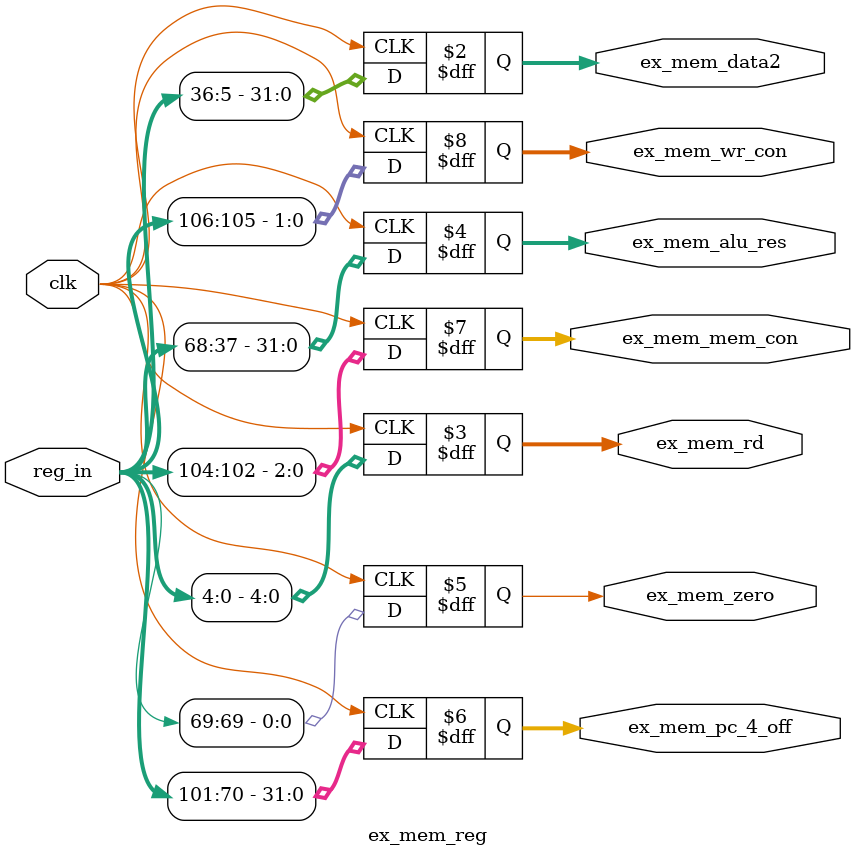
<source format=v>
module ex_mem_reg(input [106:0] reg_in,
				  input clk,
				  output reg [31:0] ex_mem_data2,
				  output reg [4:0] ex_mem_rd,
				  output reg [31:0] ex_mem_alu_res,
				  output reg ex_mem_zero,
				  output reg [31:0] ex_mem_pc_4_off,
				  output reg [2:0] ex_mem_mem_con,
				  output reg [1:0] ex_mem_wr_con);
						
	always @ (posedge clk) begin
	
		ex_mem_wr_con <= reg_in[106:105]; // 2 bits
		ex_mem_mem_con <= reg_in[104:102]; // 3 bits
		ex_mem_pc_4_off <= reg_in[101:70]; // 32 bits
		ex_mem_zero = reg_in[69]; // 1 bit
		ex_mem_alu_res <= reg_in[68:37]; // 32 bits
		ex_mem_data2 <= reg_in[36:5]; // 32 bits
		ex_mem_rd <= reg_in[4:0]; // 5 bits
	
	end
						
endmodule
</source>
